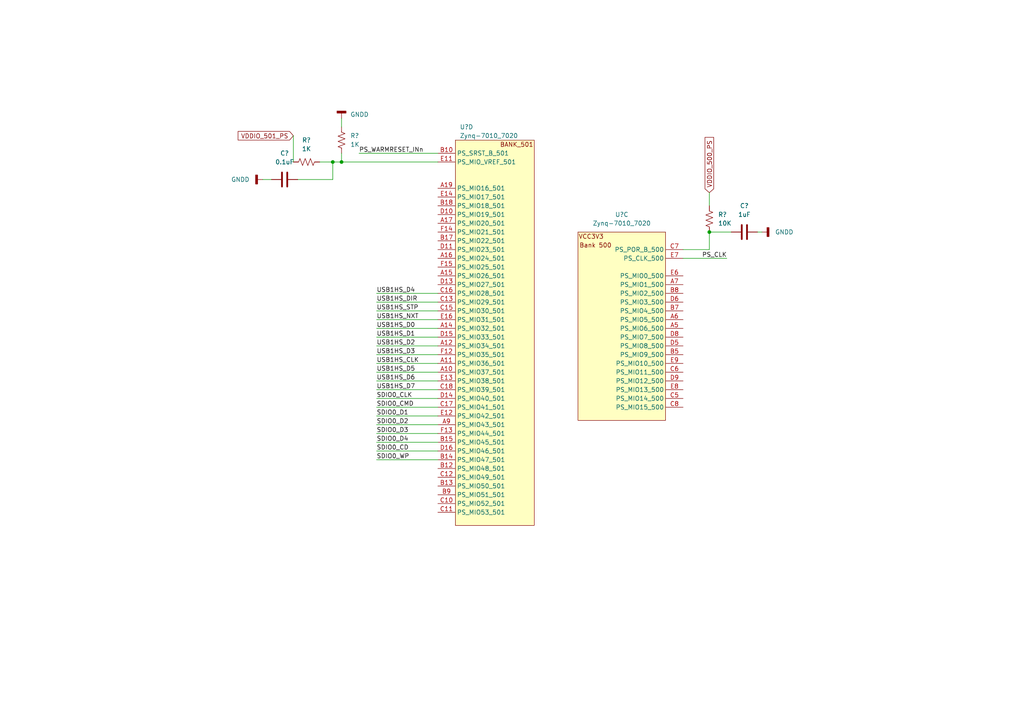
<source format=kicad_sch>
(kicad_sch (version 20211123) (generator eeschema)
  (paper "A4")
  (lib_symbols
    (symbol "Device:C" (pin_numbers hide) (pin_names (offset 0.254))
      (property "Reference" "C" (at 0.635 2.54 0))
      (property "Value" "C" (at 0.635 -2.54 0))
      (symbol "C_0_1"
        (polyline (pts (xy -2.032 -0.762) (xy 2.032 -0.762)) (stroke (width 0.508)))
        (polyline (pts (xy -2.032 0.762) (xy 2.032 0.762)) (stroke (width 0.508)))
      )
      (symbol "C_1_1"
        (pin passive line (at 0 3.81 270) (length 2.794) (name "~") (number "1"))
        (pin passive line (at 0 -3.81 90) (length 2.794) (name "~") (number "2"))
      )
    )
    (symbol "Device:R_US" (pin_numbers hide) (pin_names (offset 0))
      (property "Reference" "R" (at 2.54 0 90))
      (property "Value" "R_US" (at -2.54 0 90))
      (symbol "R_US_0_1"
        (polyline (pts (xy 0 -2.286) (xy 0 -2.54)))
        (polyline (pts (xy 0 2.286) (xy 0 2.54)))
        (polyline (pts (xy 0 -0.762) (xy 1.016 -1.143) (xy 0 -1.524) (xy -1.016 -1.905) (xy 0 -2.286)))
        (polyline (pts (xy 0 0.762) (xy 1.016 0.381) (xy 0 0) (xy -1.016 -0.381) (xy 0 -0.762)))
        (polyline (pts (xy 0 2.286) (xy 1.016 1.905) (xy 0 1.524) (xy -1.016 1.143) (xy 0 0.762)))
      )
      (symbol "R_US_1_1"
        (pin passive line (at 0 3.81 270) (length 1.27) (name "~") (number "1"))
        (pin passive line (at 0 -3.81 90) (length 1.27) (name "~") (number "2"))
      )
    )
    (symbol "Zynq7000:Zynq-7010_7020"
      (property "Reference" "U" (at 0 1.27 0))
      (property "Value" "Zynq-7010_7020" (at 1.27 -1.27 0))
      (symbol "Zynq-7010_7020_1_1"
        (rectangle (start -10.16 -2.54) (end 13.97 -45.72) (stroke (width 0.1524)) (fill (type background)))
        (text "CONFIG" (at 1.27 -5.08 0) (effects (font (size 1.27 1.27))))
        (pin input line (at 19.05 -40.64 180) (length 5) (name "RSVDGND") (number "F10"))
        (pin input line (at 19.05 -12.7 180) (length 5) (name "TDO_0") (number "F6"))
        (pin input line (at 19.05 -7.62 180) (length 5) (name "TCK_0") (number "F9"))
        (pin input line (at 19.05 -10.16 180) (length 5) (name "TDI_0") (number "G6"))
        (pin input line (at -15.24 -40.64 0) (length 5) (name "GNDADC_0") (number "J10"))
        (pin input line (at 19.05 -5.08 180) (length 5) (name "TMS_0") (number "J6"))
        (pin input line (at -15.24 -38.1 0) (length 5) (name "VCCADC_0") (number "J9"))
        (pin input line (at -15.24 -16.51 0) (length 5) (name "VREFN_0") (number "K10"))
        (pin input line (at -15.24 -22.86 0) (length 5) (name "VP_0") (number "K9"))
        (pin input line (at -15.24 -25.4 0) (length 5) (name "VN_0") (number "L10"))
        (pin input line (at 19.05 -21.59 180) (length 5) (name "PROGRAM_B_0") (number "L6"))
        (pin input line (at 19.05 -35.56 180) (length 5) (name "RSVDVCC2") (number "L6"))
        (pin input line (at -15.24 -13.97 0) (length 5) (name "VREFP_0") (number "L9"))
        (pin input line (at -15.24 -8.89 0) (length 5) (name "DXN_0") (number "M10"))
        (pin input line (at -15.24 -31.75 0) (length 5) (name "CFGBVS_0") (number "M6"))
        (pin input line (at -15.24 -6.35 0) (length 5) (name "DXP_0") (number "M9"))
        (pin input line (at 19.05 -33.02 180) (length 5) (name "RSVDVCC3") (number "N6"))
        (pin input line (at 19.05 -24.13 180) (length 5) (name "INIT_B_0") (number "R10"))
        (pin input line (at 19.05 -19.05 180) (length 5) (name "DONE_0") (number "R11"))
        (pin input line (at 19.05 -38.1 180) (length 5) (name "RSVDVCC1") (number "T6"))
      )
      (symbol "Zynq-7010_7020_2_0"
        (text "DDR_PORT_502" (at -13.97 -11.43 0) (effects (font (size 1.27 1.27))))
        (text "VCC1V5" (at -17.78 -8.89 0) (effects (font (size 1.27 1.27))))
      )
      (symbol "Zynq-7010_7020_2_1"
        (rectangle (start -22.86 -2.54) (end 25.4 -138.43) (stroke (width 0.1524)) (fill (type background)))
        (pin input line (at 30.48 -97.79 180) (length 5) (name "PS_DDR_DM0_502") (number "A1"))
        (pin input line (at 30.48 -15.24 180) (length 5) (name "PS_DDR_DQ2_502") (number "A2"))
        (pin input line (at 30.48 -17.78 180) (length 5) (name "PS_DDR_DQ3_502") (number "A4"))
        (pin input line (at 30.48 -116.84 180) (length 5) (name "PS_DDR_DQS_N0_502") (number "B2"))
        (pin input line (at 30.48 -12.7 180) (length 5) (name "PS_DDR_DQ1_502") (number "B3"))
        (pin input line (at -27.94 -93.98 0) (length 5) (name "PS_DDR_DRST_B_502") (number "B4"))
        (pin input line (at 30.48 -25.4 180) (length 5) (name "PS_DDR_DQ6_502") (number "C1"))
        (pin input line (at 30.48 -114.3 180) (length 5) (name "PS_DDR_DQS_P0_502") (number "C2"))
        (pin input line (at 30.48 -10.16 180) (length 5) (name "PS_DDR_DQ0_502") (number "C3"))
        (pin input line (at 30.48 -22.86 180) (length 5) (name "PS_DDR_DQ5_502") (number "D1"))
        (pin input line (at 30.48 -20.32 180) (length 5) (name "PS_DDR_DQ4_502") (number "D3"))
        (pin input line (at -27.94 -27.94 0) (length 5) (name "PS_DDR_A13_502") (number "D4"))
        (pin input line (at 30.48 -27.94 180) (length 5) (name "PS_DDR_DQ7_502") (number "E1"))
        (pin input line (at 30.48 -30.48 180) (length 5) (name "PS_DDR_DQ8_502") (number "E2"))
        (pin input line (at 30.48 -33.02 180) (length 5) (name "PS_DDR_DQ9_502") (number "E3"))
        (pin input line (at -27.94 -30.48 0) (length 5) (name "PS_DDR_A12_502") (number "E4"))
        (pin input line (at 30.48 -100.33 180) (length 5) (name "PS_DDR_DM1_502") (number "F1"))
        (pin input line (at 30.48 -121.92 180) (length 5) (name "PS_DDR_DQS_N1_502") (number "F2"))
        (pin input line (at -27.94 -25.4 0) (length 5) (name "PS_DDR_A14_502") (number "F4"))
        (pin input line (at -27.94 -40.64 0) (length 5) (name "PS_DDR_A8_502") (number "F4"))
        (pin input line (at -27.94 -35.56 0) (length 5) (name "PS_DDR_A10_502") (number "F5"))
        (pin input line (at 30.48 -119.38 180) (length 5) (name "PS_DDR_DQS_P1_502") (number "G2"))
        (pin input line (at 30.48 -35.56 180) (length 5) (name "PS_DDR_DQ10_502") (number "G3"))
        (pin input line (at -27.94 -33.02 0) (length 5) (name "PS_DDR_A11_502") (number "G4"))
        (pin input line (at -27.94 -116.84 0) (length 5) (name "PS_DDR_VRN_502") (number "G5"))
        (pin input line (at 30.48 -45.72 180) (length 5) (name "PS_DDR_DQ14_502") (number "H1"))
        (pin input line (at 30.48 -43.18 180) (length 5) (name "PS_DDR_DQ13_502") (number "H2"))
        (pin input line (at 30.48 -38.1 180) (length 5) (name "PS_DDR_DQ11_502") (number "H3"))
        (pin input line (at -27.94 -119.38 0) (length 5) (name "PS_DDR_VRP_502") (number "H5"))
        (pin input line (at -27.94 -19.05 0) (length 5) (name "PS_DDR_VREF0_502") (number "H6"))
        (pin input line (at 30.48 -48.26 180) (length 5) (name "PS_DDR_DQ15_502") (number "J1"))
        (pin input line (at 30.48 -40.64 180) (length 5) (name "PS_DDR_DQ12_502") (number "J3"))
        (pin input line (at -27.94 -38.1 0) (length 5) (name "PS_DDR_A9_502") (number "J4"))
        (pin input line (at -27.94 -78.74 0) (length 5) (name "PS_DDR_BA2_502") (number "J5"))
        (pin input line (at -27.94 -58.42 0) (length 5) (name "PS_DDR_A1_502") (number "K2"))
        (pin input line (at -27.94 -53.34 0) (length 5) (name "PS_DDR_A3_502") (number "K3"))
        (pin input line (at -27.94 -43.18 0) (length 5) (name "PS_DDR_A7_502") (number "K4"))
        (pin input line (at -27.94 -48.26 0) (length 5) (name "PS_DDR_A5_502") (number "L1"))
        (pin input line (at -27.94 -129.54 0) (length 5) (name "PS_DDR_CKP_502") (number "L2"))
        (pin input line (at -27.94 -45.72 0) (length 5) (name "PS_DDR_A6_502") (number "L4"))
        (pin input line (at -27.94 -83.82 0) (length 5) (name "PS_DDR_BA0_502") (number "L5"))
        (pin input line (at -27.94 -127 0) (length 5) (name "PS_DDR_CKN_502") (number "M2"))
        (pin input line (at -27.94 -55.88 0) (length 5) (name "PS_DDR_A2_502") (number "M3"))
        (pin input line (at -27.94 -50.8 0) (length 5) (name "PS_DDR_A4_502") (number "M4"))
        (pin input line (at -27.94 -104.14 0) (length 5) (name "PS_DDR_WE_B_502") (number "M5"))
        (pin input line (at -27.94 -101.6 0) (length 5) (name "PS_DDR_CS_B_502") (number "N1"))
        (pin input line (at -27.94 -60.96 0) (length 5) (name "PS_DDR_A0_502") (number "N2"))
        (pin input line (at -27.94 -132.08 0) (length 5) (name "PS_DDR_CKE_502") (number "N3"))
        (pin input line (at -27.94 -111.76 0) (length 5) (name "PS_DDR_ODT_502") (number "N5"))
        (pin input line (at 30.48 -50.8 180) (length 5) (name "PS_DDR_DQ16_502") (number "P1"))
        (pin input line (at 30.48 -53.34 180) (length 5) (name "PS_DDR_DQ17_502") (number "P3"))
        (pin input line (at -27.94 -96.52 0) (length 5) (name "PS_DDR_RAS_B_502") (number "P4"))
        (pin input line (at -27.94 -99.06 0) (length 5) (name "PS_DDR_CAS_B_502") (number "P5"))
        (pin input line (at -27.94 -16.51 0) (length 5) (name "PS_DDR_VREF1_502") (number "P6"))
        (pin input line (at 30.48 -58.42 180) (length 5) (name "PS_DDR_DQ19_502") (number "R1"))
        (pin input line (at 30.48 -124.46 180) (length 5) (name "PS_DDR_DQS_P2_502") (number "R2"))
        (pin input line (at 30.48 -55.88 180) (length 5) (name "PS_DDR_DQ18_502") (number "R3"))
        (pin input line (at -27.94 -81.28 0) (length 5) (name "PS_DDR_BA1_502") (number "R4"))
        (pin input line (at 30.48 -102.87 180) (length 5) (name "PS_DDR_DM2_502") (number "T1"))
        (pin input line (at 30.48 -127 180) (length 5) (name "PS_DDR_DQS_N2_502") (number "T2"))
        (pin input line (at 30.48 -60.96 180) (length 5) (name "PS_DDR_DQ20_502") (number "T4"))
        (pin input line (at 30.48 -66.04 180) (length 5) (name "PS_DDR_DQ22_502") (number "U2"))
        (pin input line (at 30.48 -68.58 180) (length 5) (name "PS_DDR_DQ23_502") (number "U3"))
        (pin input line (at 30.48 -63.5 180) (length 5) (name "PS_DDR_DQ21_502") (number "U4"))
        (pin input line (at 30.48 -71.12 180) (length 5) (name "PS_DDR_DQ24_502") (number "V1"))
        (pin input line (at 30.48 -86.36 180) (length 5) (name "PS_DDR_DQ30_502") (number "V2"))
        (pin input line (at 30.48 -88.9 180) (length 5) (name "PS_DDR_DQ31_502") (number "V3"))
        (pin input line (at 30.48 -76.2 180) (length 5) (name "PS_DDR_DQ26_502") (number "W1"))
        (pin input line (at 30.48 -83.82 180) (length 5) (name "PS_DDR_DQ29_502") (number "W3"))
        (pin input line (at 30.48 -132.08 180) (length 5) (name "PS_DDR_DQS_N3_502") (number "W4"))
        (pin input line (at 30.48 -129.54 180) (length 5) (name "PS_DDR_DQS_P3_502") (number "W5"))
        (pin input line (at 30.48 -105.41 180) (length 5) (name "PS_DDR_DM3_502") (number "Y1"))
        (pin input line (at 30.48 -81.28 180) (length 5) (name "PS_DDR_DQ28_502") (number "Y2"))
        (pin input line (at 30.48 -73.66 180) (length 5) (name "PS_DDR_DQ25_502") (number "Y3"))
        (pin input line (at 30.48 -78.74 180) (length 5) (name "PS_DDR_DQ27_502") (number "Y4"))
      )
      (symbol "Zynq-7010_7020_3_0"
        (text "Bank 500" (at -1.27 -6.35 0) (effects (font (size 1.27 1.27))))
        (text "VCC3V3" (at -2.54 -3.81 0) (effects (font (size 1.27 1.27))))
      )
      (symbol "Zynq-7010_7020_3_1"
        (rectangle (start -6.35 -2.54) (end 19.05 -57.15) (stroke (width 0.1524)) (fill (type background)))
        (pin input line (at 24.13 -30.48 180) (length 5) (name "PS_MIO6_500") (number "A5"))
        (pin input line (at 24.13 -27.94 180) (length 5) (name "PS_MIO5_500") (number "A6"))
        (pin input line (at 24.13 -17.78 180) (length 5) (name "PS_MIO1_500") (number "A7"))
        (pin input line (at 24.13 -38.1 180) (length 5) (name "PS_MIO9_500") (number "B5"))
        (pin input line (at 24.13 -25.4 180) (length 5) (name "PS_MIO4_500") (number "B7"))
        (pin input line (at 24.13 -20.32 180) (length 5) (name "PS_MIO2_500") (number "B8"))
        (pin input line (at 24.13 -50.8 180) (length 5) (name "PS_MIO14_500") (number "C5"))
        (pin input line (at 24.13 -43.18 180) (length 5) (name "PS_MIO11_500") (number "C6"))
        (pin input line (at 24.13 -7.62 180) (length 5) (name "PS_POR_B_500") (number "C7"))
        (pin input line (at 24.13 -53.34 180) (length 5) (name "PS_MIO15_500") (number "C8"))
        (pin input line (at 24.13 -35.56 180) (length 5) (name "PS_MIO8_500") (number "D5"))
        (pin input line (at 24.13 -22.86 180) (length 5) (name "PS_MIO3_500") (number "D6"))
        (pin input line (at 24.13 -33.02 180) (length 5) (name "PS_MIO7_500") (number "D8"))
        (pin input line (at 24.13 -45.72 180) (length 5) (name "PS_MIO12_500") (number "D9"))
        (pin input line (at 24.13 -15.24 180) (length 5) (name "PS_MIO0_500") (number "E6"))
        (pin input line (at 24.13 -10.16 180) (length 5) (name "PS_CLK_500") (number "E7"))
        (pin input line (at 24.13 -48.26 180) (length 5) (name "PS_MIO13_500") (number "E8"))
        (pin input line (at 24.13 -40.64 180) (length 5) (name "PS_MIO10_500") (number "E9"))
      )
      (symbol "Zynq-7010_7020_4_0"
        (rectangle (start -8.89 -3.81) (end 13.97 -115.57) (stroke (width 0.1524)) (fill (type background)))
        (text "BANK_501" (at -3.81 -5.08 0) (effects (font (size 1.27 1.27))))
      )
      (symbol "Zynq-7010_7020_4_1"
        (pin input line (at 19.05 -71.12 180) (length 5) (name "PS_MIO37_501") (number "A10"))
        (pin input line (at 19.05 -68.58 180) (length 5) (name "PS_MIO36_501") (number "A11"))
        (pin input line (at 19.05 -63.5 180) (length 5) (name "PS_MIO34_501") (number "A12"))
        (pin input line (at 19.05 -58.42 180) (length 5) (name "PS_MIO32_501") (number "A14"))
        (pin input line (at 19.05 -43.18 180) (length 5) (name "PS_MIO26_501") (number "A15"))
        (pin input line (at 19.05 -38.1 180) (length 5) (name "PS_MIO24_501") (number "A16"))
        (pin input line (at 19.05 -27.94 180) (length 5) (name "PS_MIO20_501") (number "A17"))
        (pin input line (at 19.05 -17.78 180) (length 5) (name "PS_MIO16_501") (number "A19"))
        (pin input line (at 19.05 -86.36 180) (length 5) (name "PS_MIO43_501") (number "A9"))
        (pin input line (at 19.05 -7.62 180) (length 5) (name "PS_SRST_B_501") (number "B10"))
        (pin input line (at 19.05 -99.06 180) (length 5) (name "PS_MIO48_501") (number "B12"))
        (pin input line (at 19.05 -104.14 180) (length 5) (name "PS_MIO50_501") (number "B13"))
        (pin input line (at 19.05 -96.52 180) (length 5) (name "PS_MIO47_501") (number "B14"))
        (pin input line (at 19.05 -91.44 180) (length 5) (name "PS_MIO45_501") (number "B15"))
        (pin input line (at 19.05 -33.02 180) (length 5) (name "PS_MIO22_501") (number "B17"))
        (pin input line (at 19.05 -22.86 180) (length 5) (name "PS_MIO18_501") (number "B18"))
        (pin input line (at 19.05 -106.68 180) (length 5) (name "PS_MIO51_501") (number "B9"))
        (pin input line (at 19.05 -109.22 180) (length 5) (name "PS_MIO52_501") (number "C10"))
        (pin input line (at 19.05 -111.76 180) (length 5) (name "PS_MIO53_501") (number "C11"))
        (pin input line (at 19.05 -101.6 180) (length 5) (name "PS_MIO49_501") (number "C12"))
        (pin input line (at 19.05 -50.8 180) (length 5) (name "PS_MIO29_501") (number "C13"))
        (pin input line (at 19.05 -53.34 180) (length 5) (name "PS_MIO30_501") (number "C15"))
        (pin input line (at 19.05 -48.26 180) (length 5) (name "PS_MIO28_501") (number "C16"))
        (pin input line (at 19.05 -81.28 180) (length 5) (name "PS_MIO41_501") (number "C17"))
        (pin input line (at 19.05 -76.2 180) (length 5) (name "PS_MIO39_501") (number "C18"))
        (pin input line (at 19.05 -25.4 180) (length 5) (name "PS_MIO19_501") (number "D10"))
        (pin input line (at 19.05 -35.56 180) (length 5) (name "PS_MIO23_501") (number "D11"))
        (pin input line (at 19.05 -45.72 180) (length 5) (name "PS_MIO27_501") (number "D13"))
        (pin input line (at 19.05 -78.74 180) (length 5) (name "PS_MIO40_501") (number "D14"))
        (pin input line (at 19.05 -60.96 180) (length 5) (name "PS_MIO33_501") (number "D15"))
        (pin input line (at 19.05 -93.98 180) (length 5) (name "PS_MIO46_501") (number "D16"))
        (pin input line (at 19.05 -10.16 180) (length 5) (name "PS_MIO_VREF_501") (number "E11"))
        (pin input line (at 19.05 -83.82 180) (length 5) (name "PS_MIO42_501") (number "E12"))
        (pin input line (at 19.05 -73.66 180) (length 5) (name "PS_MIO38_501") (number "E13"))
        (pin input line (at 19.05 -20.32 180) (length 5) (name "PS_MIO17_501") (number "E14"))
        (pin input line (at 19.05 -55.88 180) (length 5) (name "PS_MIO31_501") (number "E16"))
        (pin input line (at 19.05 -66.04 180) (length 5) (name "PS_MIO35_501") (number "F12"))
        (pin input line (at 19.05 -88.9 180) (length 5) (name "PS_MIO44_501") (number "F13"))
        (pin input line (at 19.05 -30.48 180) (length 5) (name "PS_MIO21_501") (number "F14"))
        (pin input line (at 19.05 -40.64 180) (length 5) (name "PS_MIO25_501") (number "F15"))
      )
      (symbol "Zynq-7010_7020_5_0"
        (rectangle (start -16.51 -2.54) (end 17.78 -133.35) (stroke (width 0.1524)) (fill (type background)))
        (text "BANK_34" (at -8.89 -6.35 0) (effects (font (size 1.27 1.27))))
      )
      (symbol "Zynq-7010_7020_5_1"
        (pin input line (at 22.86 -119.38 180) (length 5) (name "IO_L23P_T3_34") (number "N17"))
        (pin input line (at 22.86 -68.58 180) (length 5) (name "IO_L13P_T2_MRCC_34") (number "N18"))
        (pin input line (at 22.86 -73.66 180) (length 5) (name "IO_L14P_T2_SRCC_34") (number "N20"))
        (pin input line (at 22.86 -33.02 180) (length 5) (name "IO_L6P_T0_34") (number "P14"))
        (pin input line (at 22.86 -124.46 180) (length 5) (name "IO_L24P_T3_34") (number "P15"))
        (pin input line (at 22.86 -127 180) (length 5) (name "IO_L24N_T3_34") (number "P16"))
        (pin input line (at 22.86 -121.92 180) (length 5) (name "IO_L23N_T3_34") (number "P18"))
        (pin input line (at 22.86 -71.12 180) (length 5) (name "IO_L13N_T2_MRCC_34") (number "P19"))
        (pin input line (at 22.86 -76.2 180) (length 5) (name "IO_L14N_T2_SRCC_34") (number "P20"))
        (pin input line (at 22.86 -35.56 180) (length 5) (name "IO_L6N_T0_VREF_34") (number "R14"))
        (pin input line (at 22.86 -99.06 180) (length 5) (name "IO_L19P_T3_34") (number "R16"))
        (pin input line (at 22.86 -101.6 180) (length 5) (name "IO_L19N_T3_VREF_34") (number "R17"))
        (pin input line (at 22.86 -106.68 180) (length 5) (name "IO_L20N_T3_34") (number "R18"))
        (pin input line (at 22.86 -5.08 180) (length 5) (name "IO_0_34") (number "R19"))
        (pin input line (at 22.86 -10.16 180) (length 5) (name "IO_L1N_T0_34") (number "T10"))
        (pin input line (at 22.86 -7.62 180) (length 5) (name "IO_L1P_T0_34") (number "T11"))
        (pin input line (at 22.86 -12.7 180) (length 5) (name "IO_L2P_T0_34") (number "T12"))
        (pin input line (at 22.86 -27.94 180) (length 5) (name "IO_L5P_T0_34") (number "T14"))
        (pin input line (at 22.86 -30.48 180) (length 5) (name "IO_L5N_T0_34") (number "T15"))
        (pin input line (at 22.86 -48.26 180) (length 5) (name "IO_L9P_T1_DQS_34") (number "T16"))
        (pin input line (at 22.86 -104.14 180) (length 5) (name "IO_L20P_T3_34") (number "T17"))
        (pin input line (at 22.86 -129.54 180) (length 5) (name "IO_25_34") (number "T19"))
        (pin input line (at 22.86 -78.74 180) (length 5) (name "IO_L15P_T2_DQS_34") (number "T20"))
        (pin input line (at 22.86 -15.24 180) (length 5) (name "IO_L2N_T0_34") (number "U12"))
        (pin input line (at 22.86 -17.78 180) (length 5) (name "IO_L3P_T0_DQS_PUDC_B_34") (number "U13"))
        (pin input line (at 22.86 -58.42 180) (length 5) (name "IO_L11P_T1_SRCC_34") (number "U14"))
        (pin input line (at 22.86 -60.96 180) (length 5) (name "IO_L11N_T1_SRCC_34") (number "U15"))
        (pin input line (at 22.86 -50.8 180) (length 5) (name "IO_L9N_T1_DQS_34") (number "U17"))
        (pin input line (at 22.86 -63.5 180) (length 5) (name "IO_L12P_T1_MRCC_34") (number "U18"))
        (pin input line (at 22.86 -66.04 180) (length 5) (name "IO_L12N_T1_MRCC_34") (number "U19"))
        (pin input line (at 22.86 -81.28 180) (length 5) (name "IO_L15N_T2_DQS_34") (number "U20"))
        (pin input line (at 22.86 -22.86 180) (length 5) (name "IO_L4P_T0_34") (number "V12"))
        (pin input line (at 22.86 -20.32 180) (length 5) (name "IO_L3N_T0_DQS_34") (number "V13"))
        (pin input line (at 22.86 -53.34 180) (length 5) (name "IO_L10P_T1_34") (number "V15"))
        (pin input line (at 22.86 -93.98 180) (length 5) (name "IO_L18P_T2_34") (number "V16"))
        (pin input line (at 22.86 -109.22 180) (length 5) (name "IO_L21P_T3_DQS_34") (number "V17"))
        (pin input line (at 22.86 -111.76 180) (length 5) (name "IO_L21N_T3_DQS_34") (number "V18"))
        (pin input line (at 22.86 -83.82 180) (length 5) (name "IO_L16P_T2_34") (number "V20"))
        (pin input line (at 22.86 -25.4 180) (length 5) (name "IO_L4N_T0_34") (number "W13"))
        (pin input line (at 22.86 -43.18 180) (length 5) (name "IO_L8P_T1_34") (number "W14"))
        (pin input line (at 22.86 -55.88 180) (length 5) (name "IO_L10N_T1_34") (number "W15"))
        (pin input line (at 22.86 -96.52 180) (length 5) (name "IO_L18N_T2_34") (number "W16"))
        (pin input line (at 22.86 -114.3 180) (length 5) (name "IO_L22P_T3_34") (number "W18"))
        (pin input line (at 22.86 -116.84 180) (length 5) (name "IO_L22N_T3_34") (number "W19"))
        (pin input line (at 22.86 -86.36 180) (length 5) (name "IO_L16N_T2_34") (number "W20"))
        (pin input line (at 22.86 -45.72 180) (length 5) (name "IO_L8N_T1_34") (number "Y14"))
        (pin input line (at 22.86 -38.1 180) (length 5) (name "IO_L7P_T1_34") (number "Y16"))
        (pin input line (at 22.86 -40.64 180) (length 5) (name "IO_L7N_T1_34") (number "Y17"))
        (pin input line (at 22.86 -88.9 180) (length 5) (name "IO_L17P_T2_34") (number "Y18"))
        (pin input line (at 22.86 -91.44 180) (length 5) (name "IO_L17N_T2_34") (number "Y19"))
      )
      (symbol "Zynq-7010_7020_6_0"
        (rectangle (start -11.43 -2.54) (end 17.78 -129.54) (stroke (width 0.1524)) (fill (type background)))
        (rectangle (start 19.05 -81.28) (end 19.05 -81.28) (stroke (width 0.1524)))
        (text "BANK_35" (at -6.35 -5.08 0) (effects (font (size 1.27 1.27))))
      )
      (symbol "Zynq-7010_7020_6_1"
        (pin input line (at 22.86 -15.24 180) (length 5) (name "IO_L2N_T0_AD8N_35") (number "A20"))
        (pin input line (at 22.86 -12.7 180) (length 5) (name "IO_L2P_T0_AD8P_35") (number "B19"))
        (pin input line (at 22.86 -10.16 180) (length 5) (name "IO_L1N_T0_AD0N_35") (number "B20"))
        (pin input line (at 22.86 -7.62 180) (length 5) (name "IO_L1P_T0_AD0P_35") (number "C20"))
        (pin input line (at 22.86 -20.32 180) (length 5) (name "IO_L3N_T0_DQS_AD1N_35") (number "D18"))
        (pin input line (at 22.86 -22.86 180) (length 5) (name "IO_L4P_T0_35") (number "D19"))
        (pin input line (at 22.86 -25.4 180) (length 5) (name "IO_L4N_T0_35") (number "D20"))
        (pin input line (at 22.86 -17.78 180) (length 5) (name "IO_L3P_T0_DQS_AD1P_35") (number "E17"))
        (pin input line (at 22.86 -27.94 180) (length 5) (name "IO_L5P_T0_AD9P_35") (number "E18"))
        (pin input line (at 22.86 -30.48 180) (length 5) (name "IO_L5N_T0_AD9N_35") (number "E19"))
        (pin input line (at 22.86 -33.02 180) (length 5) (name "IO_L6P_T0_35") (number "F16"))
        (pin input line (at 22.86 -35.56 180) (length 5) (name "IO_L6N_T0_VREF_35") (number "F17"))
        (pin input line (at 22.86 -78.74 180) (length 5) (name "IO_L15P_T2_DQS_AD12P_35") (number "F19"))
        (pin input line (at 22.86 -81.28 180) (length 5) (name "IO_L15N_T2_DQS_AD12N_35") (number "F20"))
        (pin input line (at 22.86 -5.08 180) (length 5) (name "IO_0_35") (number "G14"))
        (pin input line (at 22.86 -101.6 180) (length 5) (name "IO_L19N_T3_VREF_35") (number "G15"))
        (pin input line (at 22.86 -83.82 180) (length 5) (name "IO_L16P_T2_35") (number "G17"))
        (pin input line (at 22.86 -86.36 180) (length 5) (name "IO_L16N_T2_35") (number "G18"))
        (pin input line (at 22.86 -93.98 180) (length 5) (name "IO_L18P_T2_AD13P_35") (number "G19"))
        (pin input line (at 22.86 -96.52 180) (length 5) (name "IO_L18N_T2_AD13N_35") (number "G20"))
        (pin input line (at 22.86 -99.06 180) (length 5) (name "IO_L19P_T3_35") (number "H15"))
        (pin input line (at 22.86 -68.58 180) (length 5) (name "IO_L13P_T2_MRCC_35") (number "H16"))
        (pin input line (at 22.86 -71.12 180) (length 5) (name "IO_L13N_T2_MRCC_35") (number "H17"))
        (pin input line (at 22.86 -76.2 180) (length 5) (name "IO_L14N_T2_AD4N_SRCC_35") (number "H18"))
        (pin input line (at 22.86 -91.44 180) (length 5) (name "IO_L17N_T2_AD5N_35") (number "H20"))
        (pin input line (at 22.86 -106.68 180) (length 5) (name "IO_L20N_T3_AD6N_35") (number "J14"))
        (pin input line (at 22.86 -127 180) (length 5) (name "IO_25_35") (number "J15"))
        (pin input line (at 22.86 -124.46 180) (length 5) (name "IO_L24N_T3_AD15N_35") (number "J16"))
        (pin input line (at 22.86 -73.66 180) (length 5) (name "IO_L14P_T2_AD4P_SRCC_35") (number "J18"))
        (pin input line (at 22.86 -55.88 180) (length 5) (name "IO_L10N_T1_AD11N_35") (number "J19"))
        (pin input line (at 22.86 -88.9 180) (length 5) (name "IO_L17P_T2_AD5P_35") (number "J20"))
        (pin input line (at 22.86 -104.14 180) (length 5) (name "IO_L20P_T3_AD6P_35") (number "K14"))
        (pin input line (at 22.86 -121.92 180) (length 5) (name "IO_L24P_T3_AD15P_35") (number "K16"))
        (pin input line (at 22.86 -63.5 180) (length 5) (name "IO_L12P_T1_MRCC_35") (number "K17"))
        (pin input line (at 22.86 -66.04 180) (length 5) (name "IO_L12N_T1_MRCC_35") (number "K18"))
        (pin input line (at 22.86 -53.34 180) (length 5) (name "IO_L10P_T1_AD11P_35") (number "K19"))
        (pin input line (at 22.86 -114.3 180) (length 5) (name "IO_L22P_T3_AD7P_35") (number "L14"))
        (pin input line (at 22.86 -58.42 180) (length 5) (name "IO_L11P_T1_SRCC_35") (number "L16"))
        (pin input line (at 22.86 -60.96 180) (length 5) (name "IO_L11N_T1_SRCC_35") (number "L17"))
        (pin input line (at 22.86 -48.26 180) (length 5) (name "IO_L9P_T1_DQS_AD3P_35") (number "L19"))
        (pin input line (at 22.86 -50.8 180) (length 5) (name "IO_L9N_T1_DQS_AD3N_35") (number "L20"))
        (pin input line (at 22.86 -116.84 180) (length 5) (name "IO_L22N_T3_AD7N_35") (number "M14"))
        (pin input line (at 22.86 -119.38 180) (length 5) (name "IO_L23N_T3_35") (number "M15"))
        (pin input line (at 22.86 -43.18 180) (length 5) (name "IO_L8P_T1_AD10P_35") (number "M17"))
        (pin input line (at 22.86 -45.72 180) (length 5) (name "IO_L8N_T1_AD10N_35") (number "M18"))
        (pin input line (at 22.86 -38.1 180) (length 5) (name "IO_L7P_T1_AD2P_35") (number "M19"))
        (pin input line (at 22.86 -40.64 180) (length 5) (name "IO_L7N_T1_AD2N_35") (number "M20"))
        (pin input line (at 22.86 -109.22 180) (length 5) (name "IO_L21P_T3_DQS_AD14P_35") (number "N15"))
        (pin input line (at 22.86 -111.76 180) (length 5) (name "IO_L21N_T3_DQS_AD14N_35") (number "N16"))
      )
      (symbol "Zynq-7010_7020_7_0"
        (rectangle (start -8.89 -2.54) (end 11.43 -80.01) (stroke (width 0.1524)) (fill (type background)))
        (rectangle (start -5.08 -21.59) (end -5.08 -21.59) (stroke (width 0.1524)))
      )
      (symbol "Zynq-7010_7020_7_1"
        (pin input line (at -13.97 -7.62 0) (length 5) (name "GND") (number "A18"))
        (pin input line (at -13.97 -5.08 0) (length 5) (name "GND") (number "A8"))
        (pin input line (at -13.97 -10.16 0) (length 5) (name "GND") (number "B1"))
        (pin input line (at -13.97 -12.7 0) (length 5) (name "GND") (number "B11"))
        (pin input line (at -13.97 -17.78 0) (length 5) (name "GND") (number "C14"))
        (pin input line (at -13.97 -15.24 0) (length 5) (name "GND") (number "C4"))
        (pin input line (at -13.97 -68.58 0) (length 5) (name "GND") (number "C9"))
        (pin input line (at -13.97 -22.86 0) (length 5) (name "GND") (number "D17"))
        (pin input line (at -13.97 -25.4 0) (length 5) (name "GND") (number "E10"))
        (pin input line (at -13.97 -27.94 0) (length 5) (name "GND") (number "E20"))
        (pin input line (at -13.97 -30.48 0) (length 5) (name "GND") (number "F3"))
        (pin input line (at -13.97 -33.02 0) (length 5) (name "GND") (number "F7"))
        (pin input line (at -13.97 -35.56 0) (length 5) (name "GND") (number "G10"))
        (pin input line (at -13.97 -38.1 0) (length 5) (name "GND") (number "G12"))
        (pin input line (at -13.97 -40.64 0) (length 5) (name "GND") (number "G16"))
        (pin input line (at -13.97 -48.26 0) (length 5) (name "GND") (number "H11"))
        (pin input line (at -13.97 -50.8 0) (length 5) (name "GND") (number "H13"))
        (pin input line (at -13.97 -53.34 0) (length 5) (name "GND") (number "H19"))
        (pin input line (at -13.97 -43.18 0) (length 5) (name "GND") (number "H7"))
        (pin input line (at -13.97 -45.72 0) (length 5) (name "GND") (number "H9"))
        (pin input line (at -13.97 -60.96 0) (length 5) (name "GND") (number "J12"))
        (pin input line (at -13.97 -55.88 0) (length 5) (name "GND") (number "J2"))
        (pin input line (at -13.97 -58.42 0) (length 5) (name "GND") (number "J8"))
        (pin input line (at -13.97 -20.32 0) (length 5) (name "GND") (number "K11"))
        (pin input line (at -13.97 -71.12 0) (length 5) (name "GND") (number "K13"))
        (pin input line (at -13.97 -73.66 0) (length 5) (name "GND") (number "K15"))
        (pin input line (at -13.97 -63.5 0) (length 5) (name "GND") (number "K5"))
        (pin input line (at -13.97 -66.04 0) (length 5) (name "GND") (number "K7"))
        (pin input line (at -13.97 -78.74 0) (length 5) (name "GND") (number "L12"))
        (pin input line (at 16.51 -76.2 180) (length 5) (name "GND") (number "L18"))
        (pin input line (at -13.97 -76.2 0) (length 5) (name "GND") (number "L8"))
        (pin input line (at 16.51 -73.66 180) (length 5) (name "GND") (number "M1"))
        (pin input line (at 16.51 -68.58 180) (length 5) (name "GND") (number "M11"))
        (pin input line (at 16.51 -66.04 180) (length 5) (name "GND") (number "M13"))
        (pin input line (at 16.51 -71.12 180) (length 5) (name "GND") (number "M7"))
        (pin input line (at 16.51 -58.42 180) (length 5) (name "GND") (number "N10"))
        (pin input line (at 16.51 -55.88 180) (length 5) (name "GND") (number "N12"))
        (pin input line (at 16.51 -53.34 180) (length 5) (name "GND") (number "N14"))
        (pin input line (at 16.51 -63.5 180) (length 5) (name "GND") (number "N4"))
        (pin input line (at 16.51 -60.96 180) (length 5) (name "GND") (number "N8"))
        (pin input line (at 16.51 -45.72 180) (length 5) (name "GND") (number "P11"))
        (pin input line (at 16.51 -43.18 180) (length 5) (name "GND") (number "P13"))
        (pin input line (at 16.51 -40.64 180) (length 5) (name "GND") (number "P17"))
        (pin input line (at 16.51 -50.8 180) (length 5) (name "GND") (number "P7"))
        (pin input line (at 16.51 -48.26 180) (length 5) (name "GND") (number "P9"))
        (pin input line (at 16.51 -35.56 180) (length 5) (name "GND") (number "R12"))
        (pin input line (at 16.51 -33.02 180) (length 5) (name "GND") (number "R20"))
        (pin input line (at 16.51 -38.1 180) (length 5) (name "GND") (number "R8"))
        (pin input line (at 16.51 -25.4 180) (length 5) (name "GND") (number "T13"))
        (pin input line (at 16.51 -30.48 180) (length 5) (name "GND") (number "T3"))
        (pin input line (at 16.51 -27.94 180) (length 5) (name "GND") (number "T7"))
        (pin input line (at 16.51 -20.32 180) (length 5) (name "GND") (number "U16"))
        (pin input line (at 16.51 -22.86 180) (length 5) (name "GND") (number "U6"))
        (pin input line (at 16.51 -15.24 180) (length 5) (name "GND") (number "V19"))
        (pin input line (at 16.51 -17.78 180) (length 5) (name "GND") (number "V9"))
        (pin input line (at 16.51 -10.16 180) (length 5) (name "GND") (number "W12"))
        (pin input line (at 16.51 -12.7 180) (length 5) (name "GND") (number "W2"))
        (pin input line (at 16.51 -5.08 180) (length 5) (name "GND") (number "Y15"))
        (pin input line (at 16.51 -7.62 180) (length 5) (name "GND") (number "Y5"))
      )
      (symbol "Zynq-7010_7020_8_0"
        (rectangle (start -13.97 -2.54) (end 19.05 -134.62) (stroke (width 0.1524)) (fill (type background)))
      )
      (symbol "Zynq-7010_7020_8_1"
        (pin input line (at -19.05 -59.69 0) (length 5) (name "VCCO_MIO1_501") (number "A13"))
        (pin input line (at -19.05 -6.35 0) (length 5) (name "VCCO_DDR_502") (number "A3"))
        (pin input line (at -19.05 -62.23 0) (length 5) (name "VCCO_MIO1_501") (number "B16"))
        (pin input line (at -19.05 -49.53 0) (length 5) (name "VCCO_MIO0_500") (number "B6"))
        (pin input line (at 24.13 -55.88 180) (length 5) (name "VCCO_35") (number "C19"))
        (pin input line (at -19.05 -64.77 0) (length 5) (name "VCCO_MIO1_501") (number "D12"))
        (pin input line (at -19.05 -8.89 0) (length 5) (name "VCCO_DDR_502") (number "D2"))
        (pin input line (at -19.05 -52.07 0) (length 5) (name "VCCO_MIO0_500") (number "D7"))
        (pin input line (at -19.05 -67.31 0) (length 5) (name "VCCO_MIO1_501") (number "E15"))
        (pin input line (at -19.05 -11.43 0) (length 5) (name "VCCO_DDR_502") (number "E5"))
        (pin input line (at 24.13 -129.54 180) (length 5) (name "VCCBATT_0") (number "F11"))
        (pin input line (at 24.13 -58.42 180) (length 5) (name "VCCO_35") (number "F18"))
        (pin input line (at -19.05 -100.33 0) (length 5) (name "VCCPAUX") (number "F8"))
        (pin input line (at -19.05 -13.97 0) (length 5) (name "VCCO_DDR_502") (number "G1"))
        (pin input line (at -19.05 -36.83 0) (length 5) (name "VCCBRAM") (number "G11"))
        (pin input line (at 24.13 -119.38 180) (length 5) (name "VCCINT") (number "G13"))
        (pin input line (at -19.05 -76.2 0) (length 5) (name "VCCPINT") (number "G7"))
        (pin input line (at -19.05 -118.11 0) (length 5) (name "VCCPLL") (number "G8"))
        (pin input line (at -19.05 -97.79 0) (length 5) (name "VCCPAUX") (number "G9"))
        (pin input line (at -19.05 -39.37 0) (length 5) (name "VCCBRAM") (number "H10"))
        (pin input line (at 24.13 -116.84 180) (length 5) (name "VCCINT") (number "H12"))
        (pin input line (at 24.13 -60.96 180) (length 5) (name "VCCO_35") (number "H14"))
        (pin input line (at -19.05 -16.51 0) (length 5) (name "VCCO_DDR_502") (number "H4"))
        (pin input line (at -19.05 -102.87 0) (length 5) (name "VCCPAUX") (number "H8"))
        (pin input line (at 24.13 -88.9 180) (length 5) (name "VCCAUX") (number "J11"))
        (pin input line (at 24.13 -114.3 180) (length 5) (name "VCCINT") (number "J13"))
        (pin input line (at 24.13 -63.5 180) (length 5) (name "VCCO_35") (number "J17"))
        (pin input line (at -19.05 -78.74 0) (length 5) (name "VCCPINT") (number "J7"))
        (pin input line (at 24.13 -111.76 180) (length 5) (name "VCCINT") (number "K12"))
        (pin input line (at 24.13 -66.04 180) (length 5) (name "VCCO_35") (number "K20"))
        (pin input line (at 24.13 -5.08 180) (length 5) (name "VCCO_0") (number "K6"))
        (pin input line (at -19.05 -105.41 0) (length 5) (name "VCCPAUX") (number "K8"))
        (pin input line (at 24.13 -86.36 180) (length 5) (name "VCCAUX") (number "L11"))
        (pin input line (at 24.13 -109.22 180) (length 5) (name "VCCINT") (number "L13"))
        (pin input line (at -19.05 -19.05 0) (length 5) (name "VCCO_DDR_502") (number "L3"))
        (pin input line (at -19.05 -81.28 0) (length 5) (name "VCCPINT") (number "L7"))
        (pin input line (at 24.13 -106.68 180) (length 5) (name "VCCINT") (number "M12"))
        (pin input line (at 24.13 -68.58 180) (length 5) (name "VCCO_35") (number "M16"))
        (pin input line (at -19.05 -107.95 0) (length 5) (name "VCCPAUX") (number "M8"))
        (pin input line (at 24.13 -76.2 180) (length 5) (name "VCCAUX") (number "N11"))
        (pin input line (at 24.13 -104.14 180) (length 5) (name "VCCINT") (number "N13"))
        (pin input line (at 24.13 -34.29 180) (length 5) (name "VCCO_34") (number "N19"))
        (pin input line (at -19.05 -83.82 0) (length 5) (name "VCCPINT") (number "N7"))
        (pin input line (at 24.13 -83.82 180) (length 5) (name "VCCAUX") (number "N9"))
        (pin input line (at 24.13 -81.28 180) (length 5) (name "VCCAUX") (number "P10"))
        (pin input line (at 24.13 -101.6 180) (length 5) (name "VCCINT") (number "P12"))
        (pin input line (at -19.05 -21.59 0) (length 5) (name "VCCO_DDR_502") (number "P2"))
        (pin input line (at -19.05 -86.36 0) (length 5) (name "VCCPINT") (number "P8"))
        (pin input line (at 24.13 -99.06 180) (length 5) (name "VCCINT") (number "R13"))
        (pin input line (at 24.13 -36.83 180) (length 5) (name "VCCO_34") (number "R15"))
        (pin input line (at -19.05 -24.13 0) (length 5) (name "VCCO_DDR_502") (number "R5"))
        (pin input line (at -19.05 -88.9 0) (length 5) (name "VCCPINT") (number "R7"))
        (pin input line (at 24.13 -78.74 180) (length 5) (name "VCCAUX") (number "R9"))
        (pin input line (at 24.13 -39.37 180) (length 5) (name "VCCO_34") (number "T18"))
        (pin input line (at 24.13 -13.97 180) (length 5) (name "VCCO_13") (number "T8"))
        (pin input line (at -19.05 -26.67 0) (length 5) (name "VCCO_DDR_502") (number "U1"))
        (pin input line (at 24.13 -16.51 180) (length 5) (name "VCCO_13") (number "U11"))
        (pin input line (at 24.13 -41.91 180) (length 5) (name "VCCO_34") (number "V14"))
        (pin input line (at -19.05 -29.21 0) (length 5) (name "VCCO_DDR_502") (number "V4"))
        (pin input line (at 24.13 -44.45 180) (length 5) (name "VCCO_34") (number "W17"))
        (pin input line (at 24.13 -19.05 180) (length 5) (name "VCCO_13") (number "W7"))
        (pin input line (at 24.13 -21.59 180) (length 5) (name "VCCO_13") (number "Y10"))
        (pin input line (at 24.13 -46.99 180) (length 5) (name "VCCO_34") (number "Y20"))
      )
    )
    (symbol "power:GNDD" (power) (pin_names (offset 0))
      (property "Value" "GNDD" (at 0 -3.175 0))
      (symbol "GNDD_0_1"
        (rectangle (start -1.27 -1.524) (end 1.27 -2.032) (stroke (width 0.254)) (fill (type outline)))
        (polyline (pts (xy 0 0) (xy 0 -1.524)))
      )
      (symbol "GNDD_1_1"
        (pin power_in line (at 0 0 270) (length 0) hide (name "GNDD") (number "1"))
      )
    )
  )
  (junction (at 205.74 67.31))
  (junction (at 99.06 46.99))
  (junction (at 96.52 46.99))
  (wire (pts (xy 109.22 128.27) (xy 127 128.27)))
  (wire (pts (xy 127 90.17) (xy 109.22 90.17)))
  (wire (pts (xy 127 95.25) (xy 109.22 95.25)))
  (wire (pts (xy 127 44.45) (xy 104.14 44.45)))
  (wire (pts (xy 127 102.87) (xy 109.22 102.87)))
  (wire (pts (xy 109.22 120.65) (xy 127 120.65)))
  (wire (pts (xy 127 97.79) (xy 109.22 97.79)))
  (wire (pts (xy 96.52 52.07) (xy 96.52 46.99)))
  (wire (pts (xy 127 100.33) (xy 109.22 100.33)))
  (wire (pts (xy 86.36 52.07) (xy 96.52 52.07)))
  (wire (pts (xy 99.06 44.45) (xy 99.06 46.99)))
  (wire (pts (xy 219.71 67.31) (xy 220.98 67.31)))
  (wire (pts (xy 127 107.95) (xy 109.22 107.95)))
  (wire (pts (xy 127 105.41) (xy 109.22 105.41)))
  (wire (pts (xy 198.12 74.93) (xy 210.82 74.93)))
  (wire (pts (xy 92.71 46.99) (xy 96.52 46.99)))
  (wire (pts (xy 205.74 55.88) (xy 205.74 59.69)))
  (wire (pts (xy 99.06 46.99) (xy 127 46.99)))
  (wire (pts (xy 109.22 118.11) (xy 127 118.11)))
  (wire (pts (xy 109.22 133.35) (xy 127 133.35)))
  (wire (pts (xy 127 87.63) (xy 109.22 87.63)))
  (wire (pts (xy 85.09 39.37) (xy 85.09 46.99)))
  (wire (pts (xy 205.74 67.31) (xy 212.09 67.31)))
  (wire (pts (xy 127 110.49) (xy 109.22 110.49)))
  (wire (pts (xy 198.12 72.39) (xy 205.74 72.39)))
  (wire (pts (xy 109.22 115.57) (xy 127 115.57)))
  (wire (pts (xy 99.06 34.29) (xy 99.06 36.83)))
  (wire (pts (xy 127 85.09) (xy 109.22 85.09)))
  (wire (pts (xy 96.52 46.99) (xy 99.06 46.99)))
  (wire (pts (xy 205.74 72.39) (xy 205.74 67.31)))
  (wire (pts (xy 127 113.03) (xy 109.22 113.03)))
  (wire (pts (xy 109.22 130.81) (xy 127 130.81)))
  (wire (pts (xy 109.22 125.73) (xy 127 125.73)))
  (wire (pts (xy 127 92.71) (xy 109.22 92.71)))
  (wire (pts (xy 109.22 123.19) (xy 127 123.19)))
  (wire (pts (xy 76.2 52.07) (xy 78.74 52.07)))
  (label "SDIO0_D1" (at 109.22 120.65 0))
  (label "SDIO0_CD" (at 109.22 130.81 0))
  (label "USB1HS_DIR" (at 109.22 87.63 0))
  (label "SDIO0_WP" (at 109.22 133.35 0))
  (label "SDIO0_CLK" (at 109.22 115.57 0))
  (label "SDIO0_D3" (at 109.22 125.73 0))
  (label "SDIO0_D2" (at 109.22 123.19 0))
  (label "USB1HS_NXT" (at 109.22 92.71 0))
  (label "USB1HS_D4" (at 109.22 85.09 0))
  (label "USB1HS_D3" (at 109.22 102.87 0))
  (label "USB1HS_D6" (at 109.22 110.49 0))
  (label "USB1HS_D2" (at 109.22 100.33 0))
  (label "USB1HS_D1" (at 109.22 97.79 0))
  (label "USB1HS_D0" (at 109.22 95.25 0))
  (label "SDIO0_D4" (at 109.22 128.27 0))
  (label "PS_WARMRESET_INn" (at 104.14 44.45 0))
  (label "USB1HS_STP" (at 109.22 90.17 0))
  (label "SDIO0_CMD" (at 109.22 118.11 0))
  (label "USB1HS_D7" (at 109.22 113.03 0))
  (label "USB1HS_D5" (at 109.22 107.95 0))
  (label "USB1HS_CLK" (at 109.22 105.41 0))
  (label "PS_CLK" (at 210.82 74.93 180))
  (global_label "VDDIO_501_PS" (shape input) (at 85.09 39.37 180) (property "Intersheet References" "${INTERSHEET_REFS}" (effects hide)))
  (global_label "VDDIO_500_PS" (shape input) (at 205.74 55.88 90) (property "Intersheet References" "${INTERSHEET_REFS}" (effects hide)))
  (symbol (lib_id "power:GNDD") (at 76.2 52.07 270) (unit 1)
    (property "Reference" "#PWR?" (effects hide))
    (property "Value" "GNDD" (at 72.39 52.0699 90) (effects (justify right)))
  )
  (symbol (lib_id "Zynq7000:Zynq-7010_7020") (at 146.05 36.83 0) (mirror y) (unit 4)
    (property "Reference" "U?" (at 133.35 36.83 0) (effects (justify right)))
    (property "Value" "Zynq-7010_7020" (at 133.35 39.37 0) (effects (justify right)))
  )
  (symbol (lib_id "Device:C") (at 215.9 67.31 270) (unit 1)
    (property "Reference" "C?" (at 215.9 59.69 90))
    (property "Value" "1uF" (at 215.9 62.23 90))
  )
  (symbol (lib_id "Device:R_US") (at 88.9 46.99 90) (unit 1)
    (property "Reference" "R?" (at 88.9 40.64 90))
    (property "Value" "1K" (at 88.9 43.18 90))
  )
  (symbol (lib_id "power:GNDD") (at 99.06 34.29 180) (unit 1)
    (property "Reference" "#PWR?" (effects hide))
    (property "Value" "GNDD" (at 101.6 33.2104 0) (effects (justify right)))
  )
  (symbol (lib_id "power:GNDD") (at 220.98 67.31 90) (unit 1)
    (property "Reference" "#PWR?" (effects hide))
    (property "Value" "GNDD" (at 224.79 67.3099 90) (effects (justify right)))
  )
  (symbol (lib_id "Zynq7000:Zynq-7010_7020") (at 173.99 64.77 0) (unit 3)
    (property "Reference" "U?" (at 180.3419 62.23 0))
    (property "Value" "Zynq-7010_7020" (at 180.3419 64.77 0))
  )
  (symbol (lib_id "Device:R_US") (at 205.74 63.5 0) (unit 1)
    (property "Reference" "R?" (at 208.28 62.2299 0) (effects (justify left)))
    (property "Value" "10K" (at 208.28 64.7699 0) (effects (justify left)))
  )
  (symbol (lib_id "Device:C") (at 82.55 52.07 90) (unit 1)
    (property "Reference" "C?" (at 82.55 44.45 90))
    (property "Value" "0.1uF" (at 82.55 46.99 90))
  )
  (symbol (lib_id "Device:R_US") (at 99.06 40.64 180) (unit 1)
    (property "Reference" "R?" (at 101.6 39.3699 0) (effects (justify right)))
    (property "Value" "1K" (at 101.6 41.9099 0) (effects (justify right)))
  )
)
</source>
